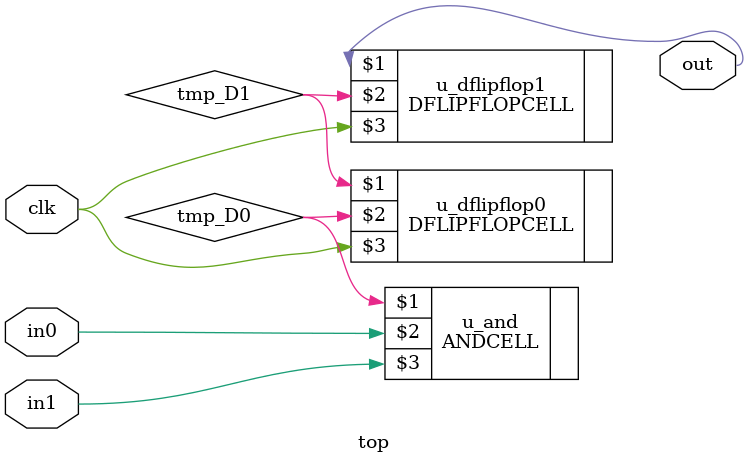
<source format=v>
module top(
   output  out,
   input   in0, in1, clk);

   wire            tmp_D0;
   wire            tmp_D1;
   ANDCELL         u_and(tmp_D0, in0, in1);
   DFLIPFLOPCELL   u_dflipflop0(tmp_D1, tmp_D0, clk);
   DFLIPFLOPCELL   u_dflipflop1(out,tmp_D1, clk);
endmodule

</source>
